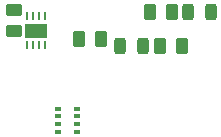
<source format=gbr>
%TF.GenerationSoftware,KiCad,Pcbnew,6.0.4-6f826c9f35~116~ubuntu20.04.1*%
%TF.CreationDate,2022-04-08T13:22:15+02:00*%
%TF.ProjectId,BACKUP_PROJECT,4241434b-5550-45f5-9052-4f4a4543542e,rev?*%
%TF.SameCoordinates,Original*%
%TF.FileFunction,Paste,Top*%
%TF.FilePolarity,Positive*%
%FSLAX46Y46*%
G04 Gerber Fmt 4.6, Leading zero omitted, Abs format (unit mm)*
G04 Created by KiCad (PCBNEW 6.0.4-6f826c9f35~116~ubuntu20.04.1) date 2022-04-08 13:22:15*
%MOMM*%
%LPD*%
G01*
G04 APERTURE LIST*
G04 Aperture macros list*
%AMRoundRect*
0 Rectangle with rounded corners*
0 $1 Rounding radius*
0 $2 $3 $4 $5 $6 $7 $8 $9 X,Y pos of 4 corners*
0 Add a 4 corners polygon primitive as box body*
4,1,4,$2,$3,$4,$5,$6,$7,$8,$9,$2,$3,0*
0 Add four circle primitives for the rounded corners*
1,1,$1+$1,$2,$3*
1,1,$1+$1,$4,$5*
1,1,$1+$1,$6,$7*
1,1,$1+$1,$8,$9*
0 Add four rect primitives between the rounded corners*
20,1,$1+$1,$2,$3,$4,$5,0*
20,1,$1+$1,$4,$5,$6,$7,0*
20,1,$1+$1,$6,$7,$8,$9,0*
20,1,$1+$1,$8,$9,$2,$3,0*%
G04 Aperture macros list end*
%ADD10RoundRect,0.243750X-0.243750X-0.456250X0.243750X-0.456250X0.243750X0.456250X-0.243750X0.456250X0*%
%ADD11R,0.500000X0.350000*%
%ADD12RoundRect,0.250000X0.262500X0.450000X-0.262500X0.450000X-0.262500X-0.450000X0.262500X-0.450000X0*%
%ADD13R,0.254000X0.762000*%
%ADD14R,1.905000X1.193800*%
%ADD15RoundRect,0.250000X-0.262500X-0.450000X0.262500X-0.450000X0.262500X0.450000X-0.262500X0.450000X0*%
%ADD16RoundRect,0.250000X0.450000X-0.262500X0.450000X0.262500X-0.450000X0.262500X-0.450000X-0.262500X0*%
%ADD17RoundRect,0.243750X0.243750X0.456250X-0.243750X0.456250X-0.243750X-0.456250X0.243750X-0.456250X0*%
G04 APERTURE END LIST*
D10*
%TO.C,D2*%
X147246100Y-81381600D03*
X149121100Y-81381600D03*
%TD*%
D11*
%TO.C,U8*%
X137807600Y-89601400D03*
X137807600Y-90251400D03*
X137807600Y-90901400D03*
X137807600Y-91551400D03*
X136207600Y-91551400D03*
X136207600Y-90901400D03*
X136207600Y-90251400D03*
X136207600Y-89601400D03*
%TD*%
D12*
%TO.C,R7*%
X145846800Y-81381600D03*
X144021800Y-81381600D03*
%TD*%
D13*
%TO.C,U5*%
X135116001Y-81788000D03*
X134616000Y-81788000D03*
X134116000Y-81788000D03*
X133615999Y-81788000D03*
X133615999Y-84226400D03*
X134116000Y-84226400D03*
X134616000Y-84226400D03*
X135116001Y-84226400D03*
D14*
X134366000Y-83007200D03*
%TD*%
D15*
%TO.C,R2*%
X137976600Y-83718400D03*
X139801600Y-83718400D03*
%TD*%
%TO.C,R5*%
X144832700Y-84277200D03*
X146657700Y-84277200D03*
%TD*%
D16*
%TO.C,R3*%
X132435600Y-83054200D03*
X132435600Y-81229200D03*
%TD*%
D17*
%TO.C,D1*%
X143357600Y-84277200D03*
X141482600Y-84277200D03*
%TD*%
M02*

</source>
